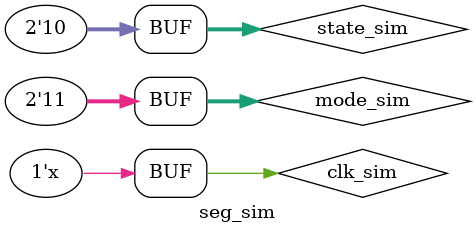
<source format=v>
`timescale 1ns / 1ps


module seg_sim( );
reg clk_sim;
reg [1:0] mode_sim,state_sim;
wire[7:0] seg_en_sim,seg0_sim,seg1_sim;
car_mileage usrc1(clk_sim,mode_sim,state_sim,seg_en_sim,seg0_sim,seg1_sim);
initial
  begin
  clk_sim=1'b1;
  mode_sim=2'b01;
  state_sim=2'b00;
  #10 state_sim=2'b10;
  #50 mode_sim=2'b10;
  #50 mode_sim=2'b11;
  end
always #1 clk_sim=~clk_sim;
endmodule

</source>
